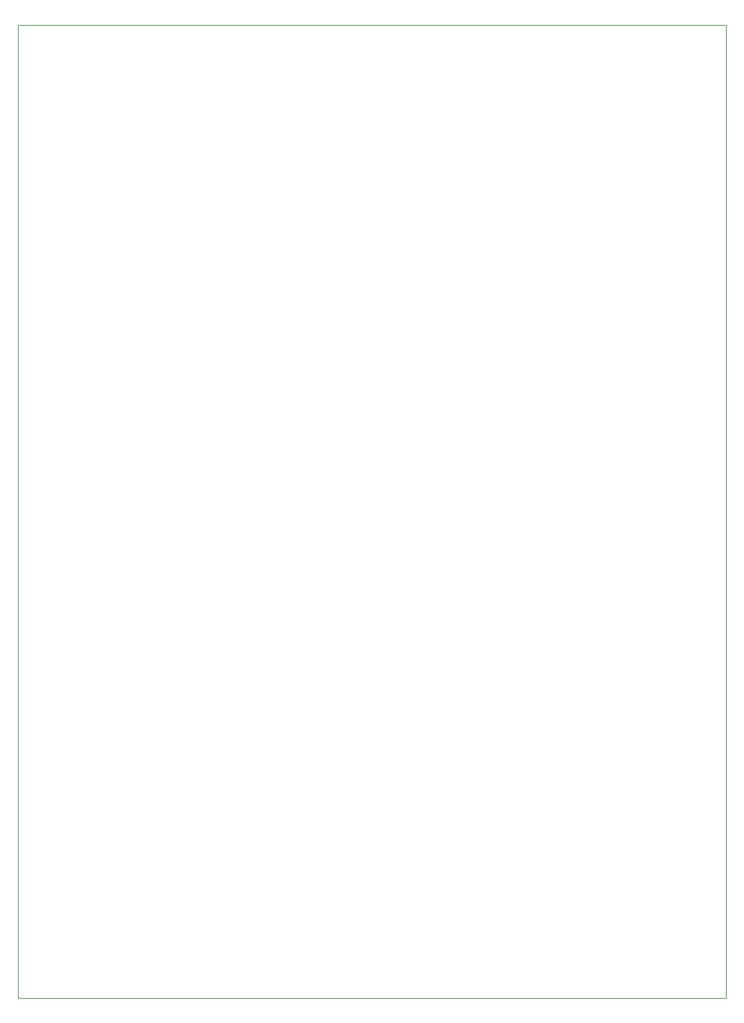
<source format=gbr>
%TF.GenerationSoftware,KiCad,Pcbnew,(5.1.6)-1*%
%TF.CreationDate,2021-11-21T11:26:53+01:00*%
%TF.ProjectId,carteDmx512,63617274-6544-46d7-9835-31322e6b6963,rev?*%
%TF.SameCoordinates,Original*%
%TF.FileFunction,Profile,NP*%
%FSLAX46Y46*%
G04 Gerber Fmt 4.6, Leading zero omitted, Abs format (unit mm)*
G04 Created by KiCad (PCBNEW (5.1.6)-1) date 2021-11-21 11:26:53*
%MOMM*%
%LPD*%
G01*
G04 APERTURE LIST*
%TA.AperFunction,Profile*%
%ADD10C,0.100000*%
%TD*%
G04 APERTURE END LIST*
D10*
X273685000Y-45085000D02*
X273685000Y-163830000D01*
X187325000Y-45085000D02*
X273685000Y-45085000D01*
X187325000Y-163830000D02*
X187325000Y-45085000D01*
X273685000Y-163830000D02*
X187325000Y-163830000D01*
M02*

</source>
